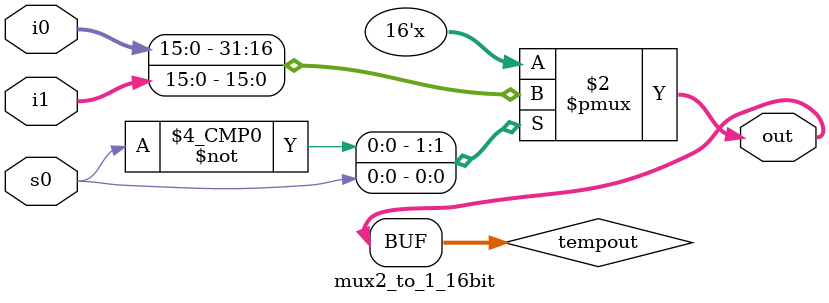
<source format=v>
module stimulus;
wire[15:0] out;
reg[15:0] i0,i1;
reg s0;

mux2_to_1_16bit mux1(out,i0,i1,s0);

initial
begin

i0=16'd5; i1=16'd6; s0=1;
#1 $display("i0= %b, i1= %b, s0=%b \nout= %b\n",i0,i1,s0,out);

s0=0;
#1 $display("i0= %b, i1= %b, s0=%b \nout= %b\n",i0,i1,s0,out);

end
endmodule




module mux2_to_1_16bit (out, i0, i1, s0);//mux
	
	
	output[15:0] out;
	input[15:0] i0, i1;
	input s0;

	reg[15:0] tempout;
	
	always @(s0,i0,i1)
	begin	
	
		case ({s0})
			1'b0 : tempout = i0;
			1'b1 : tempout = i1;
				
		endcase
	

	end	
	
	assign out=tempout;
	
endmodule

</source>
